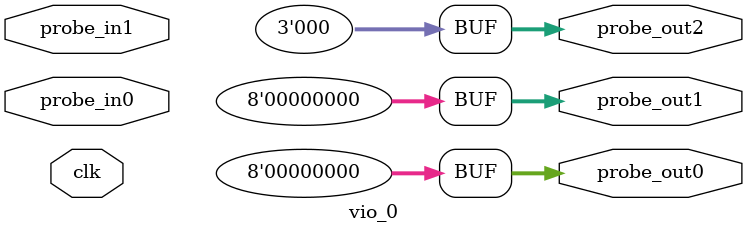
<source format=v>
`timescale 1ns / 1ps
module vio_0 (
clk,
probe_in0,probe_in1,
probe_out0,
probe_out1,
probe_out2
);

input clk;
input [7 : 0] probe_in0;
input [7 : 0] probe_in1;

output reg [7 : 0] probe_out0 = 'h00 ;
output reg [7 : 0] probe_out1 = 'h00 ;
output reg [2 : 0] probe_out2 = 'h0 ;


endmodule

</source>
